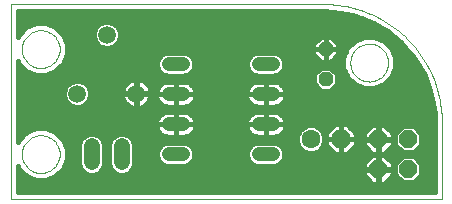
<source format=gbl>
G75*
%MOIN*%
%OFA0B0*%
%FSLAX24Y24*%
%IPPOS*%
%LPD*%
%AMOC8*
5,1,8,0,0,1.08239X$1,22.5*
%
%ADD10C,0.0000*%
%ADD11OC8,0.0630*%
%ADD12C,0.0630*%
%ADD13OC8,0.0480*%
%ADD14C,0.0540*%
%ADD15C,0.0591*%
%ADD16OC8,0.0600*%
%ADD17C,0.0480*%
%ADD18C,0.0160*%
%ADD19C,0.0376*%
D10*
X000680Y000680D02*
X000680Y007176D01*
X011113Y007176D01*
X012000Y005230D02*
X012002Y005280D01*
X012008Y005330D01*
X012018Y005379D01*
X012032Y005427D01*
X012049Y005474D01*
X012070Y005519D01*
X012095Y005563D01*
X012123Y005604D01*
X012155Y005643D01*
X012189Y005680D01*
X012226Y005714D01*
X012266Y005744D01*
X012308Y005771D01*
X012352Y005795D01*
X012398Y005816D01*
X012445Y005832D01*
X012493Y005845D01*
X012543Y005854D01*
X012592Y005859D01*
X012643Y005860D01*
X012693Y005857D01*
X012742Y005850D01*
X012791Y005839D01*
X012839Y005824D01*
X012885Y005806D01*
X012930Y005784D01*
X012973Y005758D01*
X013014Y005729D01*
X013053Y005697D01*
X013089Y005662D01*
X013121Y005624D01*
X013151Y005584D01*
X013178Y005541D01*
X013201Y005497D01*
X013220Y005451D01*
X013236Y005403D01*
X013248Y005354D01*
X013256Y005305D01*
X013260Y005255D01*
X013260Y005205D01*
X013256Y005155D01*
X013248Y005106D01*
X013236Y005057D01*
X013220Y005009D01*
X013201Y004963D01*
X013178Y004919D01*
X013151Y004876D01*
X013121Y004836D01*
X013089Y004798D01*
X013053Y004763D01*
X013014Y004731D01*
X012973Y004702D01*
X012930Y004676D01*
X012885Y004654D01*
X012839Y004636D01*
X012791Y004621D01*
X012742Y004610D01*
X012693Y004603D01*
X012643Y004600D01*
X012592Y004601D01*
X012543Y004606D01*
X012493Y004615D01*
X012445Y004628D01*
X012398Y004644D01*
X012352Y004665D01*
X012308Y004689D01*
X012266Y004716D01*
X012226Y004746D01*
X012189Y004780D01*
X012155Y004817D01*
X012123Y004856D01*
X012095Y004897D01*
X012070Y004941D01*
X012049Y004986D01*
X012032Y005033D01*
X012018Y005081D01*
X012008Y005130D01*
X012002Y005180D01*
X012000Y005230D01*
X011113Y007176D02*
X011237Y007174D01*
X011360Y007168D01*
X011484Y007159D01*
X011606Y007145D01*
X011729Y007128D01*
X011851Y007106D01*
X011972Y007081D01*
X012092Y007052D01*
X012211Y007020D01*
X012330Y006983D01*
X012447Y006943D01*
X012562Y006900D01*
X012677Y006852D01*
X012789Y006801D01*
X012900Y006747D01*
X013010Y006689D01*
X013117Y006628D01*
X013223Y006563D01*
X013326Y006495D01*
X013427Y006424D01*
X013526Y006350D01*
X013623Y006273D01*
X013717Y006192D01*
X013808Y006109D01*
X013897Y006023D01*
X013983Y005934D01*
X014066Y005843D01*
X014147Y005749D01*
X014224Y005652D01*
X014298Y005553D01*
X014369Y005452D01*
X014437Y005349D01*
X014502Y005243D01*
X014563Y005136D01*
X014621Y005026D01*
X014675Y004915D01*
X014726Y004803D01*
X014774Y004688D01*
X014817Y004573D01*
X014857Y004456D01*
X014894Y004337D01*
X014926Y004218D01*
X014955Y004098D01*
X014980Y003977D01*
X015002Y003855D01*
X015019Y003732D01*
X015033Y003610D01*
X015042Y003486D01*
X015048Y003363D01*
X015050Y003239D01*
X015050Y000680D01*
X000680Y000680D01*
X001050Y002180D02*
X001052Y002230D01*
X001058Y002280D01*
X001068Y002329D01*
X001082Y002377D01*
X001099Y002424D01*
X001120Y002469D01*
X001145Y002513D01*
X001173Y002554D01*
X001205Y002593D01*
X001239Y002630D01*
X001276Y002664D01*
X001316Y002694D01*
X001358Y002721D01*
X001402Y002745D01*
X001448Y002766D01*
X001495Y002782D01*
X001543Y002795D01*
X001593Y002804D01*
X001642Y002809D01*
X001693Y002810D01*
X001743Y002807D01*
X001792Y002800D01*
X001841Y002789D01*
X001889Y002774D01*
X001935Y002756D01*
X001980Y002734D01*
X002023Y002708D01*
X002064Y002679D01*
X002103Y002647D01*
X002139Y002612D01*
X002171Y002574D01*
X002201Y002534D01*
X002228Y002491D01*
X002251Y002447D01*
X002270Y002401D01*
X002286Y002353D01*
X002298Y002304D01*
X002306Y002255D01*
X002310Y002205D01*
X002310Y002155D01*
X002306Y002105D01*
X002298Y002056D01*
X002286Y002007D01*
X002270Y001959D01*
X002251Y001913D01*
X002228Y001869D01*
X002201Y001826D01*
X002171Y001786D01*
X002139Y001748D01*
X002103Y001713D01*
X002064Y001681D01*
X002023Y001652D01*
X001980Y001626D01*
X001935Y001604D01*
X001889Y001586D01*
X001841Y001571D01*
X001792Y001560D01*
X001743Y001553D01*
X001693Y001550D01*
X001642Y001551D01*
X001593Y001556D01*
X001543Y001565D01*
X001495Y001578D01*
X001448Y001594D01*
X001402Y001615D01*
X001358Y001639D01*
X001316Y001666D01*
X001276Y001696D01*
X001239Y001730D01*
X001205Y001767D01*
X001173Y001806D01*
X001145Y001847D01*
X001120Y001891D01*
X001099Y001936D01*
X001082Y001983D01*
X001068Y002031D01*
X001058Y002080D01*
X001052Y002130D01*
X001050Y002180D01*
X001050Y005680D02*
X001052Y005730D01*
X001058Y005780D01*
X001068Y005829D01*
X001082Y005877D01*
X001099Y005924D01*
X001120Y005969D01*
X001145Y006013D01*
X001173Y006054D01*
X001205Y006093D01*
X001239Y006130D01*
X001276Y006164D01*
X001316Y006194D01*
X001358Y006221D01*
X001402Y006245D01*
X001448Y006266D01*
X001495Y006282D01*
X001543Y006295D01*
X001593Y006304D01*
X001642Y006309D01*
X001693Y006310D01*
X001743Y006307D01*
X001792Y006300D01*
X001841Y006289D01*
X001889Y006274D01*
X001935Y006256D01*
X001980Y006234D01*
X002023Y006208D01*
X002064Y006179D01*
X002103Y006147D01*
X002139Y006112D01*
X002171Y006074D01*
X002201Y006034D01*
X002228Y005991D01*
X002251Y005947D01*
X002270Y005901D01*
X002286Y005853D01*
X002298Y005804D01*
X002306Y005755D01*
X002310Y005705D01*
X002310Y005655D01*
X002306Y005605D01*
X002298Y005556D01*
X002286Y005507D01*
X002270Y005459D01*
X002251Y005413D01*
X002228Y005369D01*
X002201Y005326D01*
X002171Y005286D01*
X002139Y005248D01*
X002103Y005213D01*
X002064Y005181D01*
X002023Y005152D01*
X001980Y005126D01*
X001935Y005104D01*
X001889Y005086D01*
X001841Y005071D01*
X001792Y005060D01*
X001743Y005053D01*
X001693Y005050D01*
X001642Y005051D01*
X001593Y005056D01*
X001543Y005065D01*
X001495Y005078D01*
X001448Y005094D01*
X001402Y005115D01*
X001358Y005139D01*
X001316Y005166D01*
X001276Y005196D01*
X001239Y005230D01*
X001205Y005267D01*
X001173Y005306D01*
X001145Y005347D01*
X001120Y005391D01*
X001099Y005436D01*
X001082Y005483D01*
X001068Y005531D01*
X001058Y005580D01*
X001052Y005630D01*
X001050Y005680D01*
D11*
X011680Y002680D03*
D12*
X010680Y002680D03*
D13*
X011180Y004680D03*
X011180Y005680D03*
D14*
X004380Y002450D02*
X004380Y001910D01*
X003380Y001910D02*
X003380Y002450D01*
D15*
X002896Y004196D03*
X004864Y004196D03*
X003880Y006164D03*
D16*
X012930Y002680D03*
X013930Y002680D03*
X013930Y001680D03*
X012930Y001680D03*
D17*
X009420Y002180D02*
X008940Y002180D01*
X008940Y003180D02*
X009420Y003180D01*
X009420Y004180D02*
X008940Y004180D01*
X008940Y005180D02*
X009420Y005180D01*
X006420Y005180D02*
X005940Y005180D01*
X005940Y004180D02*
X006420Y004180D01*
X006420Y003180D02*
X005940Y003180D01*
X005940Y002180D02*
X006420Y002180D01*
D18*
X006714Y002424D02*
X008646Y002424D01*
X008618Y002395D02*
X008560Y002256D01*
X008560Y002104D01*
X008618Y001965D01*
X008725Y001858D01*
X008864Y001800D01*
X009496Y001800D01*
X009635Y001858D01*
X009742Y001965D01*
X009800Y002104D01*
X009800Y002256D01*
X009742Y002395D01*
X009635Y002502D01*
X009496Y002560D01*
X008864Y002560D01*
X008725Y002502D01*
X008618Y002395D01*
X008564Y002265D02*
X006796Y002265D01*
X006800Y002256D02*
X006742Y002395D01*
X006635Y002502D01*
X006496Y002560D01*
X005864Y002560D01*
X005725Y002502D01*
X005618Y002395D01*
X005560Y002256D01*
X005560Y002104D01*
X005618Y001965D01*
X005725Y001858D01*
X005864Y001800D01*
X006496Y001800D01*
X006635Y001858D01*
X006742Y001965D01*
X006800Y002104D01*
X006800Y002256D01*
X006800Y002107D02*
X008560Y002107D01*
X008635Y001948D02*
X006725Y001948D01*
X005635Y001948D02*
X004790Y001948D01*
X004790Y001828D02*
X004790Y002532D01*
X004728Y002682D01*
X004612Y002798D01*
X004462Y002860D01*
X004298Y002860D01*
X004148Y002798D01*
X004032Y002682D01*
X003970Y002532D01*
X003970Y001828D01*
X004032Y001678D01*
X004148Y001562D01*
X004298Y001500D01*
X004462Y001500D01*
X004612Y001562D01*
X004728Y001678D01*
X004790Y001828D01*
X004774Y001790D02*
X012450Y001790D01*
X012450Y001879D02*
X012450Y001700D01*
X012910Y001700D01*
X012910Y002160D01*
X012731Y002160D01*
X012450Y001879D01*
X012519Y001948D02*
X009725Y001948D01*
X009800Y002107D02*
X012678Y002107D01*
X012731Y002200D02*
X012910Y002200D01*
X012910Y002660D01*
X012950Y002660D01*
X012950Y002700D01*
X013410Y002700D01*
X013410Y002879D01*
X013129Y003160D01*
X012950Y003160D01*
X012950Y002700D01*
X012910Y002700D01*
X012910Y003160D01*
X012731Y003160D01*
X012450Y002879D01*
X012450Y002700D01*
X012910Y002700D01*
X012910Y002660D01*
X012450Y002660D01*
X012450Y002481D01*
X012731Y002200D01*
X012666Y002265D02*
X011965Y002265D01*
X011885Y002185D02*
X011680Y002185D01*
X011680Y002680D01*
X012175Y002680D01*
X012175Y002885D01*
X011885Y003175D01*
X011680Y003175D01*
X011680Y002680D01*
X011680Y002680D01*
X011680Y002680D01*
X012175Y002680D01*
X012175Y002475D01*
X011885Y002185D01*
X011680Y002185D02*
X011680Y002680D01*
X011680Y002680D01*
X011680Y002680D01*
X011185Y002680D01*
X011185Y002885D01*
X011475Y003175D01*
X011680Y003175D01*
X011680Y002680D01*
X011185Y002680D01*
X011185Y002475D01*
X011475Y002185D01*
X011680Y002185D01*
X011680Y002265D02*
X011680Y002265D01*
X011680Y002424D02*
X011680Y002424D01*
X011680Y002582D02*
X011680Y002582D01*
X011680Y002741D02*
X011680Y002741D01*
X011680Y002899D02*
X011680Y002899D01*
X011680Y003058D02*
X011680Y003058D01*
X012003Y003058D02*
X012629Y003058D01*
X012470Y002899D02*
X012161Y002899D01*
X012175Y002741D02*
X012450Y002741D01*
X012450Y002582D02*
X012175Y002582D01*
X012124Y002424D02*
X012508Y002424D01*
X012910Y002424D02*
X012950Y002424D01*
X012950Y002582D02*
X012910Y002582D01*
X012950Y002660D02*
X012950Y002200D01*
X013129Y002200D01*
X013410Y002481D01*
X013410Y002660D01*
X012950Y002660D01*
X012950Y002741D02*
X012910Y002741D01*
X012910Y002899D02*
X012950Y002899D01*
X012950Y003058D02*
X012910Y003058D01*
X013231Y003058D02*
X013685Y003058D01*
X013748Y003120D02*
X013490Y002862D01*
X013490Y002498D01*
X013748Y002240D01*
X014112Y002240D01*
X014370Y002498D01*
X014370Y002862D01*
X014112Y003120D01*
X013748Y003120D01*
X014175Y003058D02*
X014820Y003058D01*
X014820Y003216D02*
X009840Y003216D01*
X009840Y003213D02*
X009830Y003278D01*
X009809Y003341D01*
X009779Y003400D01*
X009740Y003454D01*
X009694Y003500D01*
X009640Y003539D01*
X009581Y003569D01*
X009518Y003590D01*
X009453Y003600D01*
X009180Y003600D01*
X009180Y003180D01*
X009180Y003180D01*
X009840Y003180D01*
X009840Y003213D01*
X009840Y003180D02*
X009180Y003180D01*
X009180Y003180D01*
X009180Y003600D01*
X008907Y003600D01*
X008842Y003590D01*
X008779Y003569D01*
X008720Y003539D01*
X008666Y003500D01*
X008620Y003454D01*
X008581Y003400D01*
X008551Y003341D01*
X008530Y003278D01*
X008520Y003213D01*
X008520Y003180D01*
X009180Y003180D01*
X009180Y002760D01*
X009453Y002760D01*
X009518Y002770D01*
X009581Y002791D01*
X009640Y002821D01*
X009694Y002860D01*
X009740Y002906D01*
X009779Y002960D01*
X009809Y003019D01*
X009830Y003082D01*
X009840Y003147D01*
X009840Y003180D01*
X009822Y003058D02*
X010414Y003058D01*
X010422Y003066D02*
X010294Y002938D01*
X010225Y002771D01*
X010225Y002589D01*
X010294Y002422D01*
X010422Y002294D01*
X010589Y002225D01*
X010771Y002225D01*
X010938Y002294D01*
X011066Y002422D01*
X011135Y002589D01*
X011135Y002771D01*
X011066Y002938D01*
X010938Y003066D01*
X010771Y003135D01*
X010589Y003135D01*
X010422Y003066D01*
X010278Y002899D02*
X009733Y002899D01*
X010225Y002741D02*
X004669Y002741D01*
X004769Y002582D02*
X010228Y002582D01*
X010294Y002424D02*
X009714Y002424D01*
X009796Y002265D02*
X010493Y002265D01*
X010867Y002265D02*
X011395Y002265D01*
X011236Y002424D02*
X011066Y002424D01*
X011132Y002582D02*
X011185Y002582D01*
X011185Y002741D02*
X011135Y002741D01*
X011082Y002899D02*
X011199Y002899D01*
X011357Y003058D02*
X010946Y003058D01*
X009792Y003375D02*
X014814Y003375D01*
X014820Y003239D02*
X014820Y000910D01*
X000910Y000910D01*
X000910Y001792D01*
X000951Y001693D01*
X001193Y001451D01*
X001509Y001320D01*
X001851Y001320D01*
X002167Y001451D01*
X002409Y001693D01*
X002540Y002009D01*
X002540Y002351D01*
X002409Y002667D01*
X002167Y002909D01*
X001851Y003040D01*
X001509Y003040D01*
X001193Y002909D01*
X000951Y002667D01*
X000910Y002568D01*
X000910Y005292D01*
X000951Y005193D01*
X001193Y004951D01*
X001509Y004820D01*
X001851Y004820D01*
X002167Y004951D01*
X002409Y005193D01*
X002540Y005509D01*
X002540Y005851D01*
X002409Y006167D01*
X002167Y006409D01*
X001851Y006540D01*
X001509Y006540D01*
X001193Y006409D01*
X000951Y006167D01*
X000910Y006068D01*
X000910Y006946D01*
X011113Y006946D01*
X011436Y006932D01*
X012073Y006820D01*
X012680Y006599D01*
X013239Y006276D01*
X013734Y005860D01*
X014150Y005365D01*
X014473Y004806D01*
X014694Y004198D01*
X014806Y003562D01*
X014820Y003239D01*
X014807Y003533D02*
X009649Y003533D01*
X009581Y003791D02*
X009518Y003770D01*
X009453Y003760D01*
X009180Y003760D01*
X009180Y004180D01*
X009180Y004180D01*
X009180Y004600D01*
X009453Y004600D01*
X009518Y004590D01*
X009581Y004569D01*
X009640Y004539D01*
X009694Y004500D01*
X009740Y004454D01*
X009779Y004400D01*
X009809Y004341D01*
X009830Y004278D01*
X009840Y004213D01*
X009840Y004180D01*
X009180Y004180D01*
X009180Y004180D01*
X009180Y004600D01*
X008907Y004600D01*
X008842Y004590D01*
X008779Y004569D01*
X008720Y004539D01*
X008666Y004500D01*
X008620Y004454D01*
X008581Y004400D01*
X008551Y004341D01*
X008530Y004278D01*
X008520Y004213D01*
X008520Y004180D01*
X009180Y004180D01*
X009840Y004180D01*
X009840Y004147D01*
X009830Y004082D01*
X009809Y004019D01*
X009779Y003960D01*
X009740Y003906D01*
X009694Y003860D01*
X009640Y003821D01*
X009581Y003791D01*
X009680Y003850D02*
X014755Y003850D01*
X014727Y004009D02*
X009804Y004009D01*
X009840Y004167D02*
X014699Y004167D01*
X014648Y004326D02*
X011363Y004326D01*
X011337Y004300D02*
X011560Y004523D01*
X011560Y004837D01*
X011337Y005060D01*
X011023Y005060D01*
X010800Y004837D01*
X010800Y004523D01*
X011023Y004300D01*
X011337Y004300D01*
X010997Y004326D02*
X009814Y004326D01*
X009710Y004484D02*
X010839Y004484D01*
X010800Y004643D02*
X005027Y004643D01*
X005047Y004636D02*
X004976Y004659D01*
X004902Y004671D01*
X004883Y004671D01*
X004883Y004214D01*
X005340Y004214D01*
X005340Y004233D01*
X005328Y004307D01*
X005305Y004378D01*
X005271Y004445D01*
X005227Y004505D01*
X005174Y004558D01*
X005113Y004602D01*
X005047Y004636D01*
X004883Y004643D02*
X004846Y004643D01*
X004846Y004671D02*
X004827Y004671D01*
X004753Y004659D01*
X004682Y004636D01*
X004615Y004602D01*
X004555Y004558D01*
X004502Y004505D01*
X004458Y004445D01*
X004424Y004378D01*
X004401Y004307D01*
X004389Y004233D01*
X004389Y004214D01*
X004846Y004214D01*
X004846Y004177D01*
X004883Y004177D01*
X004883Y004214D01*
X004846Y004214D01*
X004846Y004671D01*
X004701Y004643D02*
X000910Y004643D01*
X000910Y004801D02*
X005862Y004801D01*
X005864Y004800D02*
X005725Y004858D01*
X005618Y004965D01*
X005560Y005104D01*
X005560Y005256D01*
X005618Y005395D01*
X005725Y005502D01*
X005864Y005560D01*
X006496Y005560D01*
X006635Y005502D01*
X006742Y005395D01*
X006800Y005256D01*
X006800Y005104D01*
X006742Y004965D01*
X006635Y004858D01*
X006496Y004800D01*
X005864Y004800D01*
X005623Y004960D02*
X002176Y004960D01*
X002334Y005118D02*
X005560Y005118D01*
X005569Y005277D02*
X002444Y005277D01*
X002509Y005435D02*
X005658Y005435D01*
X006702Y005435D02*
X008658Y005435D01*
X008618Y005395D02*
X008560Y005256D01*
X008560Y005104D01*
X008618Y004965D01*
X008725Y004858D01*
X008864Y004800D01*
X009496Y004800D01*
X009635Y004858D01*
X009742Y004965D01*
X009800Y005104D01*
X009800Y005256D01*
X009742Y005395D01*
X009635Y005502D01*
X009496Y005560D01*
X008864Y005560D01*
X008725Y005502D01*
X008618Y005395D01*
X008569Y005277D02*
X006791Y005277D01*
X006800Y005118D02*
X008560Y005118D01*
X008623Y004960D02*
X006737Y004960D01*
X006498Y004801D02*
X008862Y004801D01*
X009498Y004801D02*
X010800Y004801D01*
X010922Y004960D02*
X009737Y004960D01*
X009800Y005118D02*
X011770Y005118D01*
X011770Y005059D02*
X011901Y004743D01*
X012143Y004501D01*
X012459Y004370D01*
X012801Y004370D01*
X013117Y004501D01*
X013359Y004743D01*
X013490Y005059D01*
X013490Y005401D01*
X013359Y005717D01*
X013117Y005959D01*
X012801Y006090D01*
X012459Y006090D01*
X012143Y005959D01*
X011901Y005717D01*
X011770Y005401D01*
X011770Y005059D01*
X011811Y004960D02*
X011438Y004960D01*
X011560Y004801D02*
X011877Y004801D01*
X012001Y004643D02*
X011560Y004643D01*
X011521Y004484D02*
X012184Y004484D01*
X013076Y004484D02*
X014590Y004484D01*
X014532Y004643D02*
X013259Y004643D01*
X013383Y004801D02*
X014474Y004801D01*
X014384Y004960D02*
X013449Y004960D01*
X013490Y005118D02*
X014292Y005118D01*
X014201Y005277D02*
X013490Y005277D01*
X013476Y005435D02*
X014091Y005435D01*
X013958Y005594D02*
X013410Y005594D01*
X013324Y005752D02*
X013825Y005752D01*
X013674Y005911D02*
X013166Y005911D01*
X012852Y006069D02*
X013486Y006069D01*
X013297Y006228D02*
X004315Y006228D01*
X004315Y006251D02*
X004249Y006411D01*
X004127Y006533D01*
X003967Y006600D01*
X003793Y006600D01*
X003633Y006533D01*
X003511Y006411D01*
X003445Y006251D01*
X003445Y006078D01*
X003511Y005918D01*
X003633Y005795D01*
X003793Y005729D01*
X003967Y005729D01*
X004127Y005795D01*
X004249Y005918D01*
X004315Y006078D01*
X004315Y006251D01*
X004259Y006386D02*
X013048Y006386D01*
X012774Y006545D02*
X004099Y006545D01*
X003661Y006545D02*
X000910Y006545D01*
X000910Y006703D02*
X012393Y006703D01*
X011836Y006862D02*
X000910Y006862D01*
X000910Y006386D02*
X001170Y006386D01*
X001011Y006228D02*
X000910Y006228D01*
X000910Y006069D02*
X000910Y006069D01*
X002190Y006386D02*
X003501Y006386D01*
X003445Y006228D02*
X002349Y006228D01*
X002450Y006069D02*
X003448Y006069D01*
X003518Y005911D02*
X002515Y005911D01*
X002540Y005752D02*
X003738Y005752D01*
X004022Y005752D02*
X010760Y005752D01*
X010760Y005680D02*
X011180Y005680D01*
X011180Y005680D01*
X011180Y006100D01*
X011354Y006100D01*
X011600Y005854D01*
X011600Y005680D01*
X011180Y005680D01*
X011180Y005680D01*
X011180Y005680D01*
X011180Y006100D01*
X011006Y006100D01*
X010760Y005854D01*
X010760Y005680D01*
X010760Y005506D01*
X011006Y005260D01*
X011180Y005260D01*
X011354Y005260D01*
X011600Y005506D01*
X011600Y005680D01*
X011180Y005680D01*
X011180Y005260D01*
X011180Y005680D01*
X011180Y005680D01*
X010760Y005680D01*
X010760Y005594D02*
X002540Y005594D01*
X001184Y004960D02*
X000910Y004960D01*
X000910Y005118D02*
X001026Y005118D01*
X000916Y005277D02*
X000910Y005277D01*
X000910Y004484D02*
X002568Y004484D01*
X002527Y004442D02*
X002460Y004282D01*
X002460Y004109D01*
X002527Y003949D01*
X002649Y003827D01*
X002809Y003760D01*
X002982Y003760D01*
X003142Y003827D01*
X003265Y003949D01*
X003331Y004109D01*
X003331Y004282D01*
X003265Y004442D01*
X003142Y004565D01*
X002982Y004631D01*
X002809Y004631D01*
X002649Y004565D01*
X002527Y004442D01*
X002478Y004326D02*
X000910Y004326D01*
X000910Y004167D02*
X002460Y004167D01*
X002502Y004009D02*
X000910Y004009D01*
X000910Y003850D02*
X002626Y003850D01*
X003166Y003850D02*
X004538Y003850D01*
X004555Y003833D02*
X004615Y003789D01*
X004682Y003755D01*
X004753Y003732D01*
X004827Y003720D01*
X004846Y003720D01*
X004846Y004177D01*
X004389Y004177D01*
X004389Y004158D01*
X004401Y004084D01*
X004424Y004013D01*
X004458Y003947D01*
X004502Y003886D01*
X004555Y003833D01*
X004846Y003850D02*
X004883Y003850D01*
X004883Y003720D02*
X004902Y003720D01*
X004976Y003732D01*
X005047Y003755D01*
X005113Y003789D01*
X005174Y003833D01*
X005227Y003886D01*
X005271Y003947D01*
X005305Y004013D01*
X005328Y004084D01*
X005340Y004158D01*
X005340Y004177D01*
X004883Y004177D01*
X004883Y003720D01*
X005191Y003850D02*
X005680Y003850D01*
X005666Y003860D02*
X005720Y003821D01*
X005779Y003791D01*
X005842Y003770D01*
X005907Y003760D01*
X006180Y003760D01*
X006453Y003760D01*
X006518Y003770D01*
X006581Y003791D01*
X006640Y003821D01*
X006694Y003860D01*
X006740Y003906D01*
X006779Y003960D01*
X006809Y004019D01*
X006830Y004082D01*
X006840Y004147D01*
X006840Y004180D01*
X006840Y004213D01*
X006830Y004278D01*
X006809Y004341D01*
X006779Y004400D01*
X006740Y004454D01*
X006694Y004500D01*
X006640Y004539D01*
X006581Y004569D01*
X006518Y004590D01*
X006453Y004600D01*
X006180Y004600D01*
X006180Y004180D01*
X006180Y004180D01*
X006840Y004180D01*
X006180Y004180D01*
X006180Y004180D01*
X006180Y004600D01*
X005907Y004600D01*
X005842Y004590D01*
X005779Y004569D01*
X005720Y004539D01*
X005666Y004500D01*
X005620Y004454D01*
X005581Y004400D01*
X005551Y004341D01*
X005530Y004278D01*
X005520Y004213D01*
X005520Y004180D01*
X006180Y004180D01*
X006180Y003760D01*
X006180Y004180D01*
X006180Y004180D01*
X006180Y004180D01*
X005520Y004180D01*
X005520Y004147D01*
X005530Y004082D01*
X005551Y004019D01*
X005581Y003960D01*
X005620Y003906D01*
X005666Y003860D01*
X005556Y004009D02*
X005302Y004009D01*
X005340Y004167D02*
X005520Y004167D01*
X005546Y004326D02*
X005322Y004326D01*
X005242Y004484D02*
X005650Y004484D01*
X006180Y004484D02*
X006180Y004484D01*
X006180Y004326D02*
X006180Y004326D01*
X006180Y004167D02*
X006180Y004167D01*
X006180Y004009D02*
X006180Y004009D01*
X006180Y003850D02*
X006180Y003850D01*
X006180Y003600D02*
X005907Y003600D01*
X005842Y003590D01*
X005779Y003569D01*
X005720Y003539D01*
X005666Y003500D01*
X005620Y003454D01*
X005581Y003400D01*
X005551Y003341D01*
X005530Y003278D01*
X005520Y003213D01*
X005520Y003180D01*
X006180Y003180D01*
X006180Y003180D01*
X006180Y003600D01*
X006453Y003600D01*
X006518Y003590D01*
X006581Y003569D01*
X006640Y003539D01*
X006694Y003500D01*
X006740Y003454D01*
X006779Y003400D01*
X006809Y003341D01*
X006830Y003278D01*
X006840Y003213D01*
X006840Y003180D01*
X006180Y003180D01*
X006180Y003180D01*
X006180Y003600D01*
X006180Y003533D02*
X006180Y003533D01*
X006180Y003375D02*
X006180Y003375D01*
X006180Y003216D02*
X006180Y003216D01*
X006180Y003180D02*
X006180Y003180D01*
X006840Y003180D01*
X006840Y003147D01*
X006830Y003082D01*
X006809Y003019D01*
X006779Y002960D01*
X006740Y002906D01*
X006694Y002860D01*
X006640Y002821D01*
X006581Y002791D01*
X006518Y002770D01*
X006453Y002760D01*
X006180Y002760D01*
X006180Y003180D01*
X006180Y003180D01*
X006180Y002760D01*
X005907Y002760D01*
X005842Y002770D01*
X005779Y002791D01*
X005720Y002821D01*
X005666Y002860D01*
X005620Y002906D01*
X005581Y002960D01*
X005551Y003019D01*
X005530Y003082D01*
X005520Y003147D01*
X005520Y003180D01*
X006180Y003180D01*
X006180Y003058D02*
X006180Y003058D01*
X006180Y002899D02*
X006180Y002899D01*
X006733Y002899D02*
X008627Y002899D01*
X008620Y002906D02*
X008666Y002860D01*
X008720Y002821D01*
X008779Y002791D01*
X008842Y002770D01*
X008907Y002760D01*
X009180Y002760D01*
X009180Y003180D01*
X009180Y003180D01*
X009180Y003180D01*
X008520Y003180D01*
X008520Y003147D01*
X008530Y003082D01*
X008551Y003019D01*
X008581Y002960D01*
X008620Y002906D01*
X008538Y003058D02*
X006822Y003058D01*
X006840Y003216D02*
X008520Y003216D01*
X008568Y003375D02*
X006792Y003375D01*
X006649Y003533D02*
X008711Y003533D01*
X009180Y003533D02*
X009180Y003533D01*
X009180Y003375D02*
X009180Y003375D01*
X009180Y003216D02*
X009180Y003216D01*
X009180Y003058D02*
X009180Y003058D01*
X009180Y002899D02*
X009180Y002899D01*
X009180Y003760D02*
X008907Y003760D01*
X008842Y003770D01*
X008779Y003791D01*
X008720Y003821D01*
X008666Y003860D01*
X008620Y003906D01*
X008581Y003960D01*
X008551Y004019D01*
X008530Y004082D01*
X008520Y004147D01*
X008520Y004180D01*
X009180Y004180D01*
X009180Y004180D01*
X009180Y004180D01*
X009180Y003760D01*
X009180Y003850D02*
X009180Y003850D01*
X009180Y004009D02*
X009180Y004009D01*
X009180Y004167D02*
X009180Y004167D01*
X009180Y004326D02*
X009180Y004326D01*
X009180Y004484D02*
X009180Y004484D01*
X008650Y004484D02*
X006710Y004484D01*
X006814Y004326D02*
X008546Y004326D01*
X008520Y004167D02*
X006840Y004167D01*
X006804Y004009D02*
X008556Y004009D01*
X008680Y003850D02*
X006680Y003850D01*
X005711Y003533D02*
X000910Y003533D01*
X000910Y003375D02*
X005568Y003375D01*
X005520Y003216D02*
X000910Y003216D01*
X000910Y003058D02*
X005538Y003058D01*
X005627Y002899D02*
X002177Y002899D01*
X002336Y002741D02*
X003091Y002741D01*
X003148Y002798D02*
X003032Y002682D01*
X002970Y002532D01*
X002970Y001828D01*
X003032Y001678D01*
X003148Y001562D01*
X003298Y001500D01*
X003462Y001500D01*
X003612Y001562D01*
X003728Y001678D01*
X003790Y001828D01*
X003790Y002532D01*
X003728Y002682D01*
X003612Y002798D01*
X003462Y002860D01*
X003298Y002860D01*
X003148Y002798D01*
X002991Y002582D02*
X002444Y002582D01*
X002510Y002424D02*
X002970Y002424D01*
X002970Y002265D02*
X002540Y002265D01*
X002540Y002107D02*
X002970Y002107D01*
X002970Y001948D02*
X002515Y001948D01*
X002449Y001790D02*
X002986Y001790D01*
X003079Y001631D02*
X002347Y001631D01*
X002189Y001473D02*
X012459Y001473D01*
X012450Y001481D02*
X012731Y001200D01*
X012910Y001200D01*
X012910Y001660D01*
X012950Y001660D01*
X012950Y001700D01*
X013410Y001700D01*
X013410Y001879D01*
X013129Y002160D01*
X012950Y002160D01*
X012950Y001700D01*
X012910Y001700D01*
X012910Y001660D01*
X012450Y001660D01*
X012450Y001481D01*
X012450Y001631D02*
X004681Y001631D01*
X004079Y001631D02*
X003681Y001631D01*
X003774Y001790D02*
X003986Y001790D01*
X003970Y001948D02*
X003790Y001948D01*
X003790Y002107D02*
X003970Y002107D01*
X003970Y002265D02*
X003790Y002265D01*
X003790Y002424D02*
X003970Y002424D01*
X003991Y002582D02*
X003769Y002582D01*
X003669Y002741D02*
X004091Y002741D01*
X004790Y002424D02*
X005646Y002424D01*
X005564Y002265D02*
X004790Y002265D01*
X004790Y002107D02*
X005560Y002107D01*
X004883Y004009D02*
X004846Y004009D01*
X004846Y004167D02*
X004883Y004167D01*
X004883Y004326D02*
X004846Y004326D01*
X004846Y004484D02*
X004883Y004484D01*
X004486Y004484D02*
X003223Y004484D01*
X003313Y004326D02*
X004407Y004326D01*
X004389Y004167D02*
X003331Y004167D01*
X003289Y004009D02*
X004426Y004009D01*
X001183Y002899D02*
X000910Y002899D01*
X000910Y002741D02*
X001024Y002741D01*
X000916Y002582D02*
X000910Y002582D01*
X000910Y001790D02*
X000911Y001790D01*
X000910Y001631D02*
X001013Y001631D01*
X000910Y001473D02*
X001171Y001473D01*
X000910Y001314D02*
X012617Y001314D01*
X012910Y001314D02*
X012950Y001314D01*
X012950Y001200D02*
X013129Y001200D01*
X013410Y001481D01*
X013410Y001660D01*
X012950Y001660D01*
X012950Y001200D01*
X013243Y001314D02*
X013674Y001314D01*
X013748Y001240D02*
X014112Y001240D01*
X014370Y001498D01*
X014370Y001862D01*
X014112Y002120D01*
X013748Y002120D01*
X013490Y001862D01*
X013490Y001498D01*
X013748Y001240D01*
X014186Y001314D02*
X014820Y001314D01*
X014820Y001156D02*
X000910Y001156D01*
X000910Y000997D02*
X014820Y000997D01*
X014820Y001473D02*
X014345Y001473D01*
X014370Y001631D02*
X014820Y001631D01*
X014820Y001790D02*
X014370Y001790D01*
X014284Y001948D02*
X014820Y001948D01*
X014820Y002107D02*
X014126Y002107D01*
X014137Y002265D02*
X014820Y002265D01*
X014820Y002424D02*
X014296Y002424D01*
X014370Y002582D02*
X014820Y002582D01*
X014820Y002741D02*
X014370Y002741D01*
X014333Y002899D02*
X014820Y002899D01*
X013564Y002424D02*
X013352Y002424D01*
X013410Y002582D02*
X013490Y002582D01*
X013490Y002741D02*
X013410Y002741D01*
X013390Y002899D02*
X013527Y002899D01*
X013723Y002265D02*
X013194Y002265D01*
X013182Y002107D02*
X013734Y002107D01*
X013576Y001948D02*
X013341Y001948D01*
X013410Y001790D02*
X013490Y001790D01*
X013490Y001631D02*
X013410Y001631D01*
X013401Y001473D02*
X013515Y001473D01*
X012950Y001473D02*
X012910Y001473D01*
X012910Y001631D02*
X012950Y001631D01*
X012950Y001790D02*
X012910Y001790D01*
X012910Y001948D02*
X012950Y001948D01*
X012950Y002107D02*
X012910Y002107D01*
X012910Y002265D02*
X012950Y002265D01*
X014783Y003692D02*
X000910Y003692D01*
X004242Y005911D02*
X010817Y005911D01*
X010975Y006069D02*
X004312Y006069D01*
X009702Y005435D02*
X010831Y005435D01*
X010990Y005277D02*
X009791Y005277D01*
X011180Y005277D02*
X011180Y005277D01*
X011370Y005277D02*
X011770Y005277D01*
X011784Y005435D02*
X011529Y005435D01*
X011600Y005594D02*
X011850Y005594D01*
X011936Y005752D02*
X011600Y005752D01*
X011543Y005911D02*
X012094Y005911D01*
X012408Y006069D02*
X011385Y006069D01*
X011180Y006069D02*
X011180Y006069D01*
X011180Y005911D02*
X011180Y005911D01*
X011180Y005752D02*
X011180Y005752D01*
X011180Y005594D02*
X011180Y005594D01*
X011180Y005435D02*
X011180Y005435D01*
D19*
X011980Y006280D03*
X010180Y004180D03*
X001680Y003680D03*
M02*

</source>
